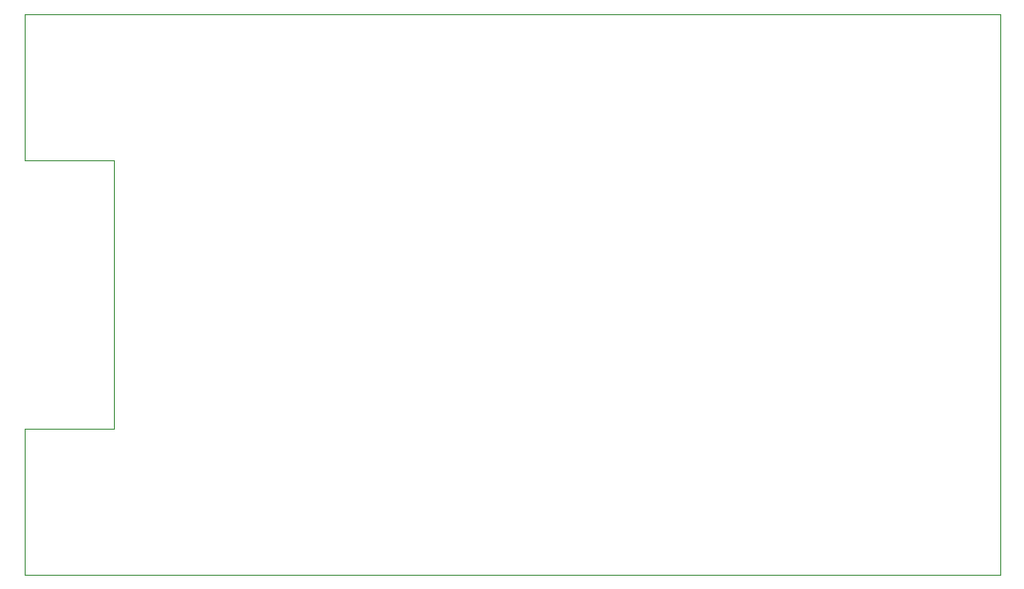
<source format=gbr>
G04 #@! TF.GenerationSoftware,KiCad,Pcbnew,(5.0.0-rc2-60-gbfa89039c)*
G04 #@! TF.CreationDate,2019-08-02T13:23:08+03:00*
G04 #@! TF.ProjectId,ModelPCB,4D6F64656C5043422E6B696361645F70,rev?*
G04 #@! TF.SameCoordinates,Original*
G04 #@! TF.FileFunction,Profile,NP*
%FSLAX46Y46*%
G04 Gerber Fmt 4.6, Leading zero omitted, Abs format (unit mm)*
G04 Created by KiCad (PCBNEW (5.0.0-rc2-60-gbfa89039c)) date 08/02/19 13:23:08*
%MOMM*%
%LPD*%
G01*
G04 APERTURE LIST*
%ADD10C,0.050000*%
G04 APERTURE END LIST*
D10*
X154300000Y-63900000D02*
X241300000Y-63900000D01*
X154300000Y-113900000D02*
X154300000Y-100900000D01*
X154300000Y-76900000D02*
X154300000Y-63900000D01*
X162300000Y-76900000D02*
X154300000Y-76900000D01*
X241300000Y-113900000D02*
X154300000Y-113900000D01*
X162300000Y-100900000D02*
X162300000Y-76900000D01*
X154300000Y-100900000D02*
X162300000Y-100900000D01*
X241300000Y-113900000D02*
X241300000Y-63900000D01*
M02*

</source>
